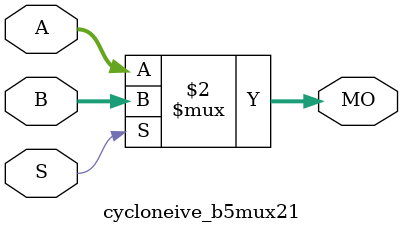
<source format=v>
module cycloneive_b5mux21 (MO, A, B, S);
   input [4:0] A, B;
   input       S;
   output [4:0] MO; 
   assign MO = (S == 1) ? B : A; 
endmodule
</source>
